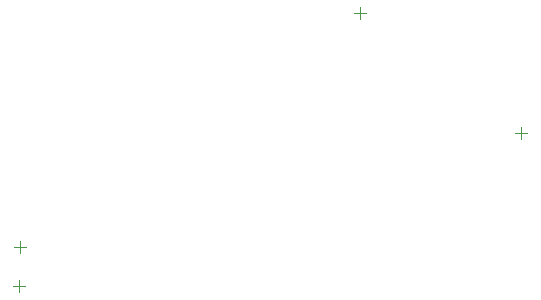
<source format=gbr>
%TF.GenerationSoftware,Altium Limited,Altium Designer,24.7.2 (38)*%
G04 Layer_Color=32896*
%FSLAX43Y43*%
%MOMM*%
%TF.SameCoordinates,A6C98B59-F63B-4C8E-8392-574C2285590F*%
%TF.FilePolarity,Positive*%
%TF.FileFunction,Other,Bottom_Component_Center*%
%TF.Part,Single*%
G01*
G75*
%TA.AperFunction,NonConductor*%
%ADD56C,0.100*%
D56*
X37650Y24575D02*
Y25575D01*
X37150Y25075D02*
X38150D01*
X8348Y5275D02*
X9348D01*
X8848Y4775D02*
Y5775D01*
X51325Y14400D02*
Y15400D01*
X50825Y14900D02*
X51825D01*
X8825Y1439D02*
Y2439D01*
X8325Y1939D02*
X9325D01*
%TF.MD5,52326d7af5b22eb1357445c037b31306*%
M02*

</source>
